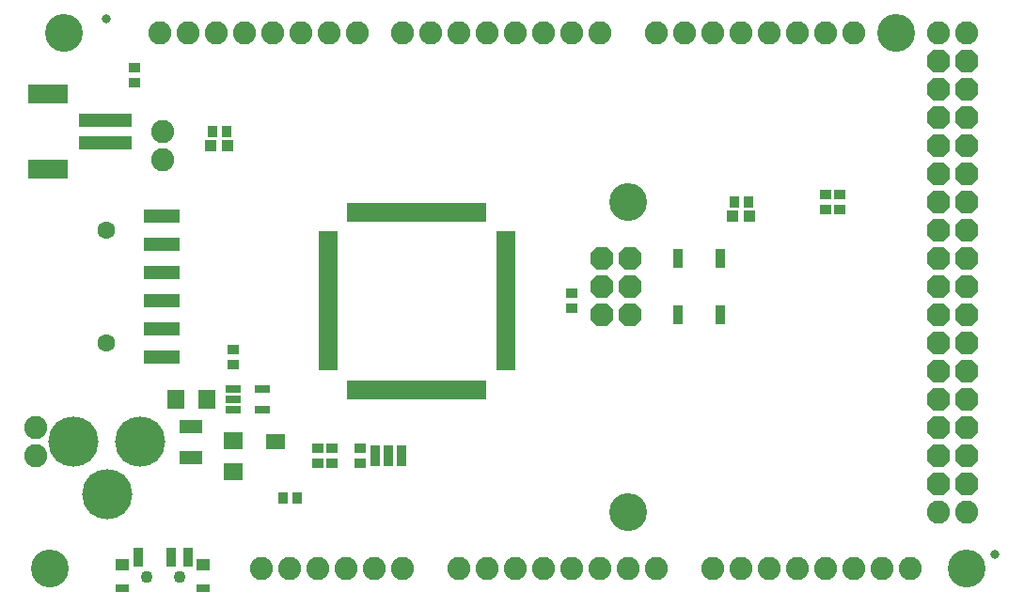
<source format=gbr>
G04 EAGLE Gerber RS-274X export*
G75*
%MOMM*%
%FSLAX34Y34*%
%LPD*%
%INSoldermask Top*%
%IPPOS*%
%AMOC8*
5,1,8,0,0,1.08239X$1,22.5*%
G01*
%ADD10R,1.703200X0.503200*%
%ADD11R,0.503200X1.703200*%
%ADD12P,2.254402X8X292.500000*%
%ADD13R,0.903200X1.903200*%
%ADD14C,2.082800*%
%ADD15P,2.254402X8X112.500000*%
%ADD16C,3.403200*%
%ADD17C,4.521200*%
%ADD18R,0.903200X1.103200*%
%ADD19R,1.103200X0.903200*%
%ADD20R,0.965200X1.727200*%
%ADD21R,1.003200X1.003200*%
%ADD22R,4.803200X1.203200*%
%ADD23R,3.603200X1.803200*%
%ADD24R,2.003200X1.203200*%
%ADD25R,1.403200X0.753200*%
%ADD26R,1.803200X1.603200*%
%ADD27R,1.603200X1.803200*%
%ADD28R,3.203200X1.203200*%
%ADD29C,1.603200*%
%ADD30R,0.838200X1.473200*%
%ADD31R,0.903200X1.703200*%
%ADD32R,1.203200X0.803200*%
%ADD33R,1.203200X1.003200*%
%ADD34C,1.103200*%
%ADD35C,0.838200*%


D10*
X275600Y326700D03*
X275600Y321700D03*
X275600Y316700D03*
X275600Y311700D03*
X275600Y306700D03*
X275600Y301700D03*
X275600Y296700D03*
X275600Y291700D03*
X275600Y286700D03*
X275600Y281700D03*
X275600Y276700D03*
X275600Y271700D03*
X275600Y266700D03*
X275600Y261700D03*
X275600Y256700D03*
X275600Y251700D03*
X275600Y246700D03*
X275600Y241700D03*
X275600Y236700D03*
X275600Y231700D03*
X275600Y226700D03*
X275600Y221700D03*
X275600Y216700D03*
X275600Y211700D03*
X275600Y206700D03*
D11*
X295600Y186700D03*
X300600Y186700D03*
X305600Y186700D03*
X310600Y186700D03*
X315600Y186700D03*
X320600Y186700D03*
X325600Y186700D03*
X330600Y186700D03*
X335600Y186700D03*
X340600Y186700D03*
X345600Y186700D03*
X350600Y186700D03*
X355600Y186700D03*
X360600Y186700D03*
X365600Y186700D03*
X370600Y186700D03*
X375600Y186700D03*
X380600Y186700D03*
X385600Y186700D03*
X390600Y186700D03*
X395600Y186700D03*
X400600Y186700D03*
X405600Y186700D03*
X410600Y186700D03*
X415600Y186700D03*
D10*
X435600Y206700D03*
X435600Y211700D03*
X435600Y216700D03*
X435600Y221700D03*
X435600Y226700D03*
X435600Y231700D03*
X435600Y236700D03*
X435600Y241700D03*
X435600Y246700D03*
X435600Y251700D03*
X435600Y256700D03*
X435600Y261700D03*
X435600Y266700D03*
X435600Y271700D03*
X435600Y276700D03*
X435600Y281700D03*
X435600Y286700D03*
X435600Y291700D03*
X435600Y296700D03*
X435600Y301700D03*
X435600Y306700D03*
X435600Y311700D03*
X435600Y316700D03*
X435600Y321700D03*
X435600Y326700D03*
D11*
X415600Y346700D03*
X410600Y346700D03*
X405600Y346700D03*
X400600Y346700D03*
X395600Y346700D03*
X390600Y346700D03*
X385600Y346700D03*
X380600Y346700D03*
X375600Y346700D03*
X370600Y346700D03*
X365600Y346700D03*
X360600Y346700D03*
X355600Y346700D03*
X350600Y346700D03*
X345600Y346700D03*
X340600Y346700D03*
X335600Y346700D03*
X330600Y346700D03*
X325600Y346700D03*
X320600Y346700D03*
X315600Y346700D03*
X310600Y346700D03*
X305600Y346700D03*
X300600Y346700D03*
X295600Y346700D03*
D12*
X521970Y304800D03*
X547370Y304800D03*
X521970Y279400D03*
X547370Y279400D03*
X521970Y254000D03*
X547370Y254000D03*
D13*
X318200Y127000D03*
X330200Y127000D03*
X342200Y127000D03*
D14*
X647700Y25400D03*
X673100Y25400D03*
X698500Y25400D03*
X723900Y25400D03*
X749300Y25400D03*
X774700Y25400D03*
X800100Y25400D03*
X622300Y25400D03*
X596900Y508000D03*
X622300Y508000D03*
X647700Y508000D03*
X673100Y508000D03*
X698500Y508000D03*
X723900Y508000D03*
X749300Y508000D03*
X571500Y508000D03*
X419100Y25400D03*
X444500Y25400D03*
X469900Y25400D03*
X495300Y25400D03*
X520700Y25400D03*
X546100Y25400D03*
X571500Y25400D03*
X393700Y25400D03*
X368300Y508000D03*
X393700Y508000D03*
X419100Y508000D03*
X444500Y508000D03*
X469900Y508000D03*
X495300Y508000D03*
X520700Y508000D03*
X342900Y508000D03*
X149860Y508000D03*
X175260Y508000D03*
X200660Y508000D03*
X226060Y508000D03*
X251460Y508000D03*
X276860Y508000D03*
X302260Y508000D03*
X124460Y508000D03*
D15*
X850900Y304800D03*
X825500Y304800D03*
X850900Y330200D03*
X825500Y330200D03*
X850900Y355600D03*
X825500Y355600D03*
X850900Y381000D03*
X825500Y381000D03*
X850900Y406400D03*
X825500Y406400D03*
X850900Y431800D03*
X825500Y431800D03*
X850900Y457200D03*
X825500Y457200D03*
X850900Y482600D03*
X825500Y482600D03*
X850900Y101600D03*
X825500Y101600D03*
X850900Y127000D03*
X825500Y127000D03*
X850900Y152400D03*
X825500Y152400D03*
X850900Y177800D03*
X825500Y177800D03*
X850900Y203200D03*
X825500Y203200D03*
X850900Y228600D03*
X825500Y228600D03*
X850900Y254000D03*
X825500Y254000D03*
X850900Y279400D03*
X825500Y279400D03*
D14*
X825500Y76200D03*
X850900Y76200D03*
X825500Y508000D03*
X850900Y508000D03*
X215900Y25400D03*
X241300Y25400D03*
X266700Y25400D03*
X292100Y25400D03*
X317500Y25400D03*
X342900Y25400D03*
D16*
X38100Y508000D03*
X25400Y25400D03*
X546100Y355600D03*
X546100Y76200D03*
X787400Y508000D03*
X850900Y25400D03*
D17*
X106520Y139700D03*
X46520Y139700D03*
X76520Y92700D03*
D18*
X247800Y88900D03*
X234800Y88900D03*
D19*
X279400Y133500D03*
X279400Y120500D03*
X266700Y120500D03*
X266700Y133500D03*
D20*
X590550Y254000D03*
X590550Y304800D03*
X628650Y254000D03*
X628650Y304800D03*
D19*
X101600Y476400D03*
X101600Y463400D03*
X304800Y133500D03*
X304800Y120500D03*
X495300Y260200D03*
X495300Y273200D03*
X190500Y222400D03*
X190500Y209400D03*
X723900Y362100D03*
X723900Y349100D03*
X736600Y362100D03*
X736600Y349100D03*
D18*
X654200Y355600D03*
X641200Y355600D03*
D21*
X640200Y342900D03*
X655200Y342900D03*
D18*
X184300Y419100D03*
X171300Y419100D03*
D21*
X170300Y406400D03*
X185300Y406400D03*
D22*
X75100Y409100D03*
X75100Y429100D03*
D23*
X23100Y385100D03*
X23100Y453100D03*
D24*
X152400Y125700D03*
X152400Y153700D03*
D14*
X127000Y393700D03*
X127000Y419100D03*
X12700Y127000D03*
X12700Y152400D03*
D25*
X190199Y187300D03*
X190199Y177800D03*
X190199Y168300D03*
X216201Y168300D03*
X216201Y187300D03*
D26*
X190500Y113000D03*
X190500Y141000D03*
D27*
X138400Y177800D03*
X166400Y177800D03*
D28*
X126200Y266700D03*
X126200Y241300D03*
X126200Y215900D03*
X126200Y292100D03*
X126200Y317500D03*
X126200Y342900D03*
D29*
X76200Y330200D03*
X76200Y228600D03*
D30*
X224481Y139700D03*
X232719Y139700D03*
D31*
X149500Y35280D03*
X134500Y35280D03*
X104500Y35280D03*
D32*
X163500Y7780D03*
D33*
X163500Y28780D03*
D32*
X90500Y7780D03*
D33*
X90500Y28780D03*
D34*
X142000Y17780D03*
X112000Y17780D03*
D35*
X76200Y520700D03*
X876300Y38100D03*
M02*

</source>
